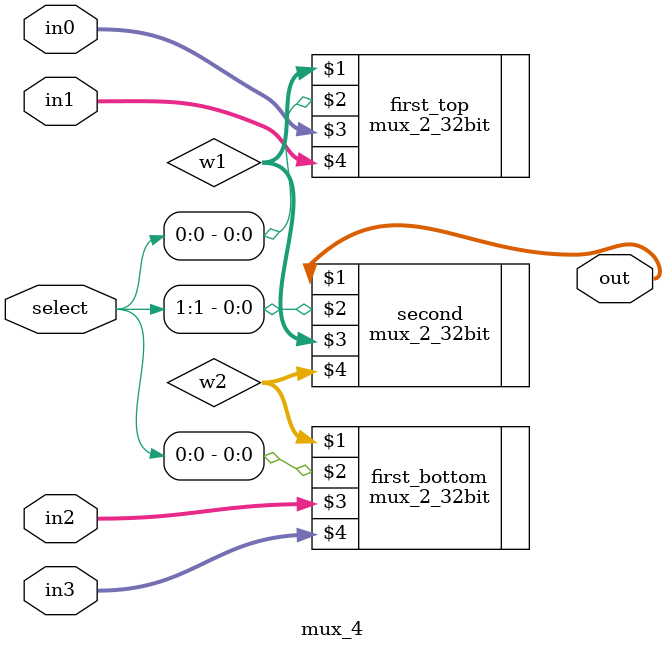
<source format=v>
module mux_4(out, select, in0, in1, in2, in3);
	input [1:0] select;
	input [31:0] in0, in1, in2, in3;
	output [31:0] out;
	wire [31:0] w1, w2;
	mux_2_32bit first_top(w1, select[0], in0, in1);
	mux_2_32bit first_bottom(w2, select[0], in2, in3);
	mux_2_32bit second(out, select[1], w1, w2);
endmodule
</source>
